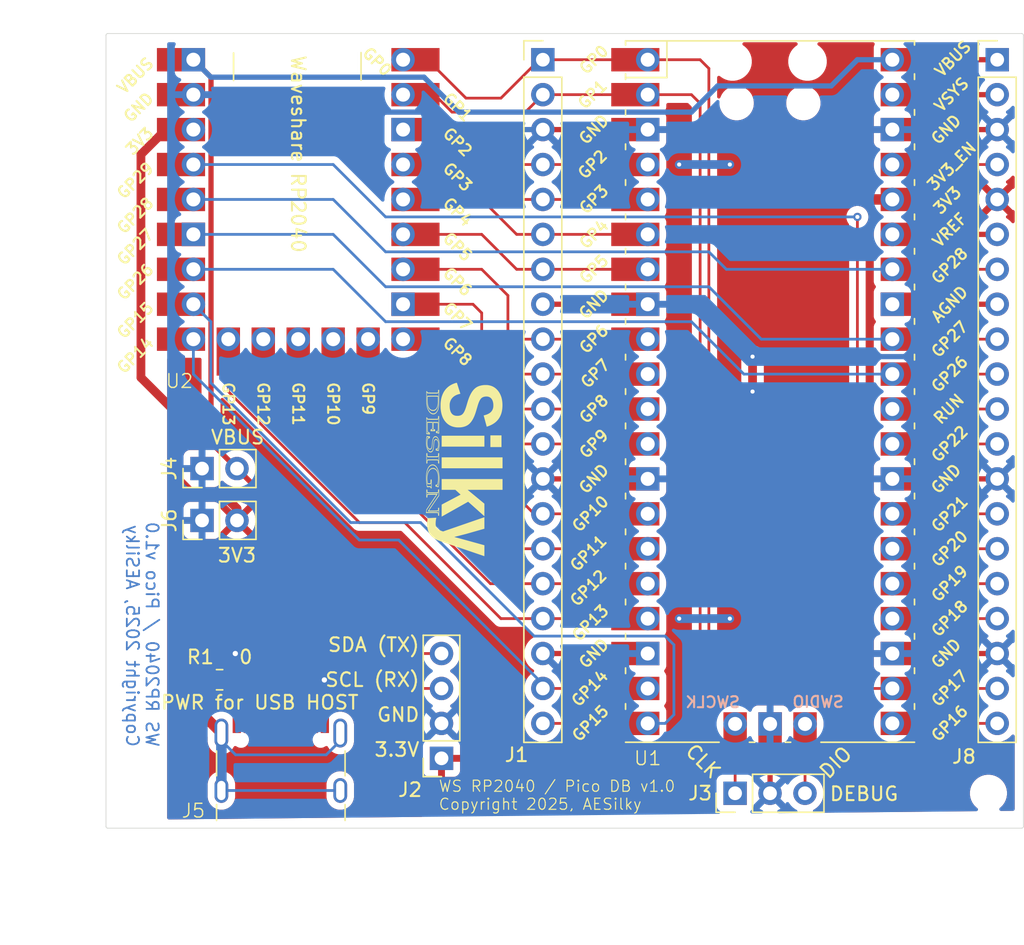
<source format=kicad_pcb>
(kicad_pcb (version 20241229) (generator "pcbnew") (generator_version "9.0")
  (title_block (title "RP2040WS Pico Debug Adapter") (date "2025-11-14") (rev "R1.0") (company "SilkyDESIGN AES") (comment 1 "Adapts full Pico to RP2040 Waveshare footprint") (comment 4 "Copyright 2025, AESilky"))
  (layers (0 "F.Cu" signal) (2 "B.Cu" signal) (13 "F.Paste" user) (15 "B.Paste" user) (5 "F.SilkS" user "F.Silkscreen") (7 "B.SilkS" user "B.Silkscreen") (1 "F.Mask" user) (3 "B.Mask" user) (25 "Edge.Cuts" user))
  (net 0 "")
  (net 1 "GND")
  (net 2 "/GP29_17")
  (net 3 "/GPIO0")
  (net 4 "/GPIO4")
  (net 5 "/GPIO8")
  (net 6 "/GPIO5")
  (net 7 "/GPIO11")
  (net 8 "/GPIO1")
  (net 9 "/GPIO2")
  (net 10 "/GPIO10")
  (net 11 "/GPIO12")
  (net 12 "/GPIO13")
  (net 13 "/GPIO9")
  (net 14 "/GPIO3")
  (net 15 "/GPIO7")
  (net 16 "/GPIO6")
  (net 17 "/GPIO14")
  (net 18 "/GPIO15")
  (net 19 "/SWCLK")
  (net 20 "/SWDIO")
  (net 21 "VBUS")
  (net 22 "/+3V3")
  (net 23 "/GPIO26")
  (net 24 "/GPIO19")
  (net 25 "/GPIO20")
  (net 26 "/GPIO28")
  (net 27 "/RUN")
  (net 28 "/GPIO16")
  (net 29 "/GPIO27")
  (net 30 "/GPIO18")
  (net 31 "/3V3_EN")
  (net 32 "/GPIO21")
  (net 33 "/ADC_VREF")
  (net 34 "/AGND")
  (net 35 "/VSYS")
  (net 36 "/GPIO22")
  (net 37 "Net-(J5-SHIELD-PadSH1)")
  (footprint "Connector_PinHeader_2.54mm:PinHeader_1x02_P2.54mm_Vertical" (layer "F.Cu") (at 71.75 80.53 90)
    (property "Reference" "J4")
    (property "Value" "CONN 1x2 HDR" (hide yes))
  )
  (footprint "AES_Library:RP2040_WS-AES" (layer "F.Cu") (at 78.74 66.294)
    (property "Reference" "U2")
    (property "Value" "Waveshare RP2040")
  )
  (footprint "Resistor_SMD:R_0805_2012Metric_Pad1.20x1.40mm_HandSolder" (layer "F.Cu") (at 73.025 95.885)
    (property "Reference" "R1")
    (property "Value" "0")
  )
  (footprint "MountingHole:MountingHole_2.2mm_M2" (layer "F.Cu") (at 67.31 104.14)
    (property "Reference" "H3" (hide yes))
    (property "Value" "MountingHole" (hide yes))
  )
  (footprint "Connector_PinHeader_2.54mm:PinHeader_1x20_P2.54mm_Vertical" (layer "F.Cu") (at 96.52 50.8)
    (property "Reference" "J1")
    (property "Value" "CONN 1x20 HDR" (hide yes))
  )
  (footprint "AES_Library:AES-RPi_Pico_SMD_TH" (layer "F.Cu") (at 113.024 72.48)
    (property "Reference" "U1")
    (property "Value" "Pico-AES")
  )
  (footprint "Connector_PinHeader_2.54mm:PinHeader_1x20_P2.54mm_Vertical" (layer "F.Cu") (at 129.54 50.8)
    (property "Reference" "J8")
    (property "Value" "CONN 1x20 HDR" (hide yes))
  )
  (footprint "Connector_PinHeader_2.54mm:PinHeader_1x03_P2.54mm_Vertical" (layer "F.Cu") (at 110.49 104.14 90)
    (property "Reference" "J3")
    (property "Value" "CONN 1x3 HDR" (hide yes))
  )
  (footprint "MountingHole:MountingHole_2.2mm_M2" (layer "F.Cu") (at 128.905 104.14)
    (property "Reference" "H4" (hide yes))
    (property "Value" "MountingHole" (hide yes))
  )
  (footprint "MountingHole:MountingHole_2.2mm_M2" (layer "F.Cu") (at 67.31 78.74)
    (property "Reference" "H2" (hide yes))
    (property "Value" "MountingHole" (hide yes))
  )
  (footprint "MountingHole:MountingHole_2.2mm_M2" (layer "F.Cu") (at 92.202 51.308)
    (property "Reference" "H1" (hide yes))
    (property "Value" "MountingHole" (hide yes))
  )
  (footprint "Connector_PinSocket_2.54mm:PinSocket_1x04_P2.54mm_Vertical" (layer "F.Cu") (at 89.154 101.6 180)
    (property "Reference" "J2")
    (property "Value" "HDR 1x04 Socket" (hide yes))
  )
  (footprint "AES_Library:SILKY-DESIGN-logo-0_50-AES" (layer "F.Cu") (at 90.805 80.645 -90)
    (property "Reference" "G***" (hide yes))
    (property "Value" "LOGO" (hide yes))
  )
  (footprint "Connector_PinHeader_2.54mm:PinHeader_1x02_P2.54mm_Vertical" (layer "F.Cu") (at 71.75 84.3 90)
    (property "Reference" "J6")
    (property "Value" "CONN 1x2 HDR" (hide yes))
  )
  (footprint "AES_Library:AES-USB_C-Molex-BdTopMnt-2171790001" (layer "F.Cu") (at 77.47 102.87)
    (property "Reference" "J5")
    (property "Value" "USB-C PWR ONLY" (hide yes))
  )
  (gr_arc (start 64.77 49.022) (mid 64.807197 48.932197) (end 64.897 48.895) (stroke (width 0.05)) (layer "Edge.Cuts"))
  (gr_line (start 64.77 106.553) (end 64.77 49.022) (stroke (width 0.05)) (layer "Edge.Cuts"))
  (gr_line (start 64.897 48.895) (end 131.318 48.895) (stroke (width 0.05)) (layer "Edge.Cuts"))
  (gr_arc (start 131.318 48.895) (mid 131.407803 48.932197) (end 131.445 49.022) (stroke (width 0.05)) (layer "Edge.Cuts"))
  (gr_line (start 131.445 49.022) (end 131.445 106.553) (stroke (width 0.05)) (layer "Edge.Cuts"))
  (gr_arc (start 131.445 106.553) (mid 131.407803 106.642803) (end 131.318 106.68) (stroke (width 0.05)) (layer "Edge.Cuts"))
  (gr_line (start 131.318 106.68) (end 64.897 106.68) (stroke (width 0.05)) (layer "Edge.Cuts"))
  (gr_arc (start 64.897 106.68) (mid 64.807197 106.642803) (end 64.77 106.553) (stroke (width 0.05)) (layer "Edge.Cuts"))
  (gr_text "WS RP2040 / Pico v1.0\nCopyright 2025, AESilky" (at 66.167 100.838 270) (layer "B.Cu") (effects (font (size 0.889 0.889) (thickness 0.127)) (justify left bottom mirror)))
  (gr_text "WS RP2040 / Pico DB v1.0\nCopyright 2025, AESilky" (at 88.9 105.41 0) (layer "F.SilkS") (effects (font (size 0.8128 0.8128) (thickness 0.08128)) (justify left bottom)))
  (segment (start 104.14 68.58) (end 96.52 68.58) (width 0.381) (layer "F.Cu") (net 1))
  (segment (start 80.675 95.935) (end 80.64 95.9) (width 0.381) (layer "F.Cu") (net 1))
  (segment (start 104.14 93.98) (end 96.52 93.98) (width 0.381) (layer "F.Cu") (net 1))
  (segment (start 111.76 72.39) (end 111.76 74.93) (width 0.635) (layer "F.Cu") (net 1))
  (segment (start 80.675 99.185) (end 80.675 95.935) (width 0.381) (layer "F.Cu") (net 1))
  (segment (start 121.92 55.88) (end 129.54 55.88) (width 0.381) (layer "F.Cu") (net 1))
  (segment (start 104.14 81.28) (end 96.52 81.28) (width 0.381) (layer "F.Cu") (net 1))
  (segment (start 74.025 95.885) (end 74.025 94.123) (width 0.635) (layer "F.Cu") (net 1))
  (segment (start 113.034 99.1) (end 113.034 104.136) (width 0.381) (layer "F.Cu") (net 1))
  (segment (start 74.025 94.123) (end 74.168 93.98) (width 0.635) (layer "F.Cu") (net 1))
  (segment (start 74.275 95.935) (end 74.24 95.9) (width 0.381) (layer "F.Cu") (net 1))
  (segment (start 74.275 99.185) (end 74.275 95.935) (width 0.381) (layer "F.Cu") (net 1))
  (segment (start 104.14 55.88) (end 96.52 55.88) (width 0.381) (layer "F.Cu") (net 1))
  (segment (start 73.649 95.9) (end 74.24 95.9) (width 0.381) (layer "F.Cu") (net 1))
  (segment (start 121.92 93.98) (end 129.54 93.98) (width 0.381) (layer "F.Cu") (net 1))
  (segment (start 121.92 81.28) (end 129.54 81.28) (width 0.381) (layer "F.Cu") (net 1))
  (via (at 111.76 74.93) (size 0.6) (drill 0.3) (layers "F.Cu" "B.Cu") (net 1))
  (via (at 74.168 93.98) (size 0.7112) (drill 0.381) (layers "F.Cu" "B.Cu") (net 1))
  (via (at 111.76 72.39) (size 0.6) (drill 0.3) (layers "F.Cu" "B.Cu") (net 1))
  (via (at 80.64 95.9) (size 0.7112) (drill 0.381) (layers "F.Cu" "B.Cu") (net 1))
  (segment (start 83.82 53.34) (end 85.09 54.61) (width 0.381) (layer "B.Cu") (net 1))
  (segment (start 88.138 54.61) (end 89.408 55.88) (width 0.381) (layer "B.Cu") (net 1))
  (segment (start 71.12 53.34) (end 83.82 53.34) (width 0.381) (layer "B.Cu") (net 1))
  (segment (start 89.408 55.88) (end 96.52 55.88) (width 0.381) (layer "B.Cu") (net 1))
  (segment (start 85.09 54.61) (end 88.138 54.61) (width 0.381) (layer "B.Cu") (net 1))
  (segment (start 120.65 72.39) (end 125.73 72.39) (width 0.381) (layer "B.Cu") (net 1))
  (segment (start 121.92 96.52) (end 129.54 96.52) (width 0.2) (layer "F.Cu") (net 2))
  (segment (start 120.015 96.52) (end 121.92 96.52) (width 0.2) (layer "F.Cu") (net 2))
  (segment (start 119.38 95.885) (end 120.015 96.52) (width 0.2) (layer "F.Cu") (net 2))
  (segment (start 119.38 62.23) (end 119.38 95.885) (width 0.2) (layer "F.Cu") (net 2))
  (via (at 119.38 62.23) (size 0.6) (drill 0.3) (layers "F.Cu" "B.Cu") (net 2))
  (segment (start 85.09 62.23) (end 81.28 58.42) (width 0.2) (layer "B.Cu") (net 2))
  (segment (start 81.28 58.42) (end 71.12 58.42) (width 0.2) (layer "B.Cu") (net 2))
  (segment (start 119.38 62.23) (end 85.09 62.23) (width 0.2) (layer "B.Cu") (net 2))
  (segment (start 108.585 103.886) (end 107.442 105.029) (width 0.2) (layer "F.Cu") (net 3))
  (segment (start 107.95 50.8) (end 108.585 51.435) (width 0.2) (layer "F.Cu") (net 3))
  (segment (start 86.487 103.632) (end 86.487 94.869) (width 0.2) (layer "F.Cu") (net 3))
  (segment (start 104.14 50.8) (end 107.95 50.8) (width 0.2) (layer "F.Cu") (net 3))
  (segment (start 93.472 53.594) (end 90.932 53.594) (width 0.2) (layer "F.Cu") (net 3))
  (segment (start 86.487 94.869) (end 87.376 93.98) (width 0.2) (layer "F.Cu") (net 3))
  (segment (start 87.376 93.98) (end 89.154 93.98) (width 0.2) (layer "F.Cu") (net 3))
  (segment (start 96.266 50.8) (end 93.472 53.594) (width 0.2) (layer "F.Cu") (net 3))
  (segment (start 90.932 53.594) (end 88.138 50.8) (width 0.2) (layer "F.Cu") (net 3))
  (segment (start 108.585 51.435) (end 108.585 103.886) (width 0.2) (layer "F.Cu") (net 3))
  (segment (start 107.442 105.029) (end 87.884 105.029) (width 0.2) (layer "F.Cu") (net 3))
  (segment (start 87.884 105.029) (end 86.487 103.632) (width 0.2) (layer "F.Cu") (net 3))
  (segment (start 104.14 50.8) (end 96.52 50.8) (width 0.2) (layer "F.Cu") (net 3))
  (segment (start 104.14 63.5) (end 96.52 63.5) (width 0.2) (layer "F.Cu") (net 4))
  (segment (start 92.075 60.96) (end 94.615 63.5) (width 0.2) (layer "F.Cu") (net 4))
  (segment (start 86.36 60.96) (end 92.075 60.96) (width 0.2) (layer "F.Cu") (net 4))
  (segment (start 94.615 63.5) (end 96.52 63.5) (width 0.2) (layer "F.Cu") (net 4))
  (segment (start 90.805 71.755) (end 90.805 74.93) (width 0.2) (layer "F.Cu") (net 5))
  (segment (start 104.14 76.2) (end 96.52 76.2) (width 0.2) (layer "F.Cu") (net 5))
  (segment (start 86.36 71.12) (end 90.17 71.12) (width 0.2) (layer "F.Cu") (net 5))
  (segment (start 90.805 74.93) (end 92.075 76.2) (width 0.2) (layer "F.Cu") (net 5))
  (segment (start 92.075 76.2) (end 96.52 76.2) (width 0.2) (layer "F.Cu") (net 5))
  (segment (start 90.17 71.12) (end 90.805 71.755) (width 0.2) (layer "F.Cu") (net 5))
  (segment (start 92.075 63.5) (end 94.615 66.04) (width 0.2) (layer "F.Cu") (net 6))
  (segment (start 94.615 66.04) (end 96.52 66.04) (width 0.2) (layer "F.Cu") (net 6))
  (segment (start 86.36 63.5) (end 92.075 63.5) (width 0.2) (layer "F.Cu") (net 6))
  (segment (start 104.14 66.04) (end 96.52 66.04) (width 0.2) (layer "F.Cu") (net 6))
  (segment (start 93.98 86.36) (end 96.52 86.36) (width 0.2) (layer "F.Cu") (net 7))
  (segment (start 86.36 78.74) (end 93.98 86.36) (width 0.2) (layer "F.Cu") (net 7))
  (segment (start 104.14 86.36) (end 96.52 86.36) (width 0.2) (layer "F.Cu") (net 7))
  (segment (start 78.74 76.2) (end 81.28 78.74) (width 0.2) (layer "F.Cu") (net 7))
  (segment (start 81.28 78.74) (end 86.36 78.74) (width 0.2) (layer "F.Cu") (net 7))
  (segment (start 78.74 71.120001) (end 78.74 76.2) (width 0.2) (layer "F.Cu") (net 7))
  (segment (start 96.52 53.34) (end 95.25 54.61) (width 0.2) (layer "F.Cu") (net 8))
  (segment (start 107.95 53.975) (end 107.95 103.378) (width 0.2) (layer "F.Cu") (net 8))
  (segment (start 86.995 103.251) (end 86.995 97.155) (width 0.2) (layer "F.Cu") (net 8))
  (segment (start 86.995 97.155) (end 87.63 96.520001) (width 0.2) (layer "F.Cu") (net 8))
  (segment (start 95.25 54.61) (end 89.916 54.61) (width 0.2) (layer "F.Cu") (net 8))
  (segment (start 106.934 104.394) (end 88.138 104.394) (width 0.2) (layer "F.Cu") (net 8))
  (segment (start 88.138 104.394) (end 86.995 103.251) (width 0.2) (layer "F.Cu") (net 8))
  (segment (start 104.14 53.34) (end 96.52 53.34) (width 0.2) (layer "F.Cu") (net 8))
  (segment (start 89.916 54.61) (end 88.646 53.34) (width 0.2) (layer "F.Cu") (net 8))
  (segment (start 107.95 103.378) (end 106.934 104.394) (width 0.2) (layer "F.Cu") (net 8))
  (segment (start 107.315 53.34) (end 107.95 53.975) (width 0.2) (layer "F.Cu") (net 8))
  (segment (start 87.63 96.520001) (end 89.154 96.520001) (width 0.2) (layer "F.Cu") (net 8))
  (segment (start 104.14 53.34) (end 107.315 53.34) (width 0.2) (layer "F.Cu") (net 8))
  (segment (start 93.98 58.42) (end 91.44 55.88) (width 0.2) (layer "F.Cu") (net 9))
  (segment (start 91.44 55.88) (end 86.36 55.88) (width 0.2) (layer "F.Cu") (net 9))
  (segment (start 96.52 58.42) (end 93.98 58.42) (width 0.2) (layer "F.Cu") (net 9))
  (segment (start 104.14 58.42) (end 96.52 58.42) (width 0.2) (layer "F.Cu") (net 9))
  (segment (start 104.14 83.82) (end 96.52 83.82) (width 0.2) (layer "F.Cu") (net 10))
  (segment (start 81.28 71.119999) (end 81.28 76.2) (width 0.2) (layer "F.Cu") (net 10))
  (segment (start 81.915 76.835) (end 88.9 76.835) (width 0.2) (layer "F.Cu") (net 10))
  (segment (start 88.9 76.835) (end 95.885 83.82) (width 0.2) (layer "F.Cu") (net 10))
  (segment (start 81.28 76.2) (end 81.915 76.835) (width 0.2) (layer "F.Cu") (net 10))
  (segment (start 104.14 88.9) (end 96.52 88.9) (width 0.2) (layer "F.Cu") (net 11))
  (segment (start 92.71 88.9) (end 96.52 88.9) (width 0.2) (layer "F.Cu") (net 11))
  (segment (start 81.28 81.28) (end 85.09 81.28) (width 0.2) (layer "F.Cu") (net 11))
  (segment (start 85.09 81.28) (end 92.71 88.9) (width 0.2) (layer "F.Cu") (net 11))
  (segment (start 76.2 76.2) (end 81.28 81.28) (width 0.2) (layer "F.Cu") (net 11))
  (segment (start 76.2 71.12) (end 76.2 76.2) (width 0.2) (layer "F.Cu") (net 11))
  (segment (start 104.14 91.44) (end 96.52 91.44) (width 0.2) (layer "F.Cu") (net 12))
  (segment (start 73.66 74.93) (end 83.185 84.455) (width 0.2) (layer "F.Cu") (net 12))
  (segment (start 93.472 91.44) (end 96.52 91.44) (width 0.2) (layer "F.Cu") (net 12))
  (segment (start 86.487 84.455) (end 93.472 91.44) (width 0.2) (layer "F.Cu") (net 12))
  (segment (start 83.185 84.455) (end 86.487 84.455) (width 0.2) (layer "F.Cu") (net 12))
  (segment (start 73.66 71.12) (end 73.66 74.93) (width 0.2) (layer "F.Cu") (net 12))
  (segment (start 93.345 78.74) (end 96.52 78.74) (width 0.2) (layer "F.Cu") (net 13))
  (segment (start 83.82 74.295) (end 84.455 74.93) (width 0.2) (layer "F.Cu") (net 13))
  (segment (start 104.14 78.74) (end 96.52 78.74) (width 0.2) (layer "F.Cu") (net 13))
  (segment (start 83.82 71.12) (end 83.82 74.295) (width 0.2) (layer "F.Cu") (net 13))
  (segment (start 84.455 74.93) (end 89.535 74.93) (width 0.2) (layer "F.Cu") (net 13))
  (segment (start 89.535 74.93) (end 93.345 78.74) (width 0.2) (layer "F.Cu") (net 13))
  (segment (start 92.075 58.42) (end 94.615 60.96) (width 0.2) (layer "F.Cu") (net 14))
  (segment (start 104.14 60.96) (end 96.52 60.96) (width 0.2) (layer "F.Cu") (net 14))
  (segment (start 86.36 58.42) (end 92.075 58.42) (width 0.2) (layer "F.Cu") (net 14))
  (segment (start 94.615 60.96) (end 96.52 60.96) (width 0.2) (layer "F.Cu") (net 14))
  (segment (start 92.075 69.215) (end 92.075 73.025) (width 0.2) (layer "F.Cu") (net 15))
  (segment (start 104.14 73.66) (end 96.52 73.66) (width 0.2) (layer "F.Cu") (net 15))
  (segment (start 92.71 73.66) (end 96.52 73.66) (width 0.2) (layer "F.Cu") (net 15))
  (segment (start 91.44 68.58) (end 92.075 69.215) (width 0.2) (layer "F.Cu") (net 15))
  (segment (start 92.075 73.025) (end 92.71 73.66) (width 0.2) (layer "F.Cu") (net 15))
  (segment (start 86.36 68.58) (end 91.44 68.58) (width 0.2) (layer "F.Cu") (net 15))
  (segment (start 93.98 70.485) (end 94.615 71.12) (width 0.2) (layer "F.Cu") (net 16))
  (segment (start 93.98 67.945) (end 93.98 70.485) (width 0.2) (layer "F.Cu") (net 16))
  (segment (start 92.075 66.04) (end 93.98 67.945) (width 0.2) (layer "F.Cu") (net 16))
  (segment (start 94.615 71.12) (end 96.52 71.12) (width 0.2) (layer "F.Cu") (net 16))
  (segment (start 104.14 71.12) (end 96.52 71.12) (width 0.2) (layer "F.Cu") (net 16))
  (segment (start 86.36 66.04) (end 92.075 66.04) (width 0.2) (layer "F.Cu") (net 16))
  (segment (start 104.14 96.52) (end 96.52 96.52) (width 0.2) (layer "F.Cu") (net 17))
  (segment (start 83.185 85.725) (end 86.0425 85.725) (width 0.2) (layer "B.Cu") (net 17))
  (segment (start 71.12 73.66) (end 83.185 85.725) (width 0.2) (layer "B.Cu") (net 17))
  (segment (start 71.12 71.12) (end 71.12 73.66) (width 0.2) (layer "B.Cu") (net 17))
  (segment (start 86.0425 85.725) (end 96.52 96.2025) (width 0.2) (layer "B.Cu") (net 17))
  (segment (start 104.14 99.06) (end 96.52 99.06) (width 0.2) (layer "F.Cu") (net 18))
  (segment (start 82.55 84.455) (end 87.63 84.455) (width 0.2) (layer "B.Cu") (net 18))
  (segment (start 105.41 92.71) (end 106.045 93.345) (width 0.2) (layer "B.Cu") (net 18))
  (segment (start 105.41 99.06) (end 104.14 99.06) (width 0.2) (layer "B.Cu") (net 18))
  (segment (start 72.39 69.85) (end 72.39 74.295) (width 0.2) (layer "B.Cu") (net 18))
  (segment (start 95.885 92.71) (end 105.41 92.71) (width 0.2) (layer "B.Cu") (net 18))
  (segment (start 106.045 98.425) (end 105.41 99.06) (width 0.2) (layer "B.Cu") (net 18))
  (segment (start 87.63 84.455) (end 95.885 92.71) (width 0.2) (layer "B.Cu") (net 18))
  (segment (start 72.39 74.295) (end 82.55 84.455) (width 0.2) (layer "B.Cu") (net 18))
  (segment (start 71.12 68.58) (end 72.39 69.85) (width 0.2) (layer "B.Cu") (net 18))
  (segment (start 106.045 93.345) (end 106.045 98.425) (width 0.2) (layer "B.Cu") (net 18))
  (segment (start 110.494 99.1) (end 110.494 104.136) (width 0.2) (layer "F.Cu") (net 19))
  (segment (start 115.574 99.1) (end 115.574 104.135999) (width 0.2) (layer "F.Cu") (net 20))
  (segment (start 74.29 80.53) (end 78.867 85.107) (width 0.381) (layer "F.Cu") (net 21))
  (segment (start 121.92 50.8) (end 129.54 50.8) (width 0.381) (layer "F.Cu") (net 21))
  (segment (start 78.867 85.107) (end 78.867 96.266) (width 0.381) (layer "F.Cu") (net 21))
  (segment (start 75.075 97.3) (end 75.075 99.185) (width 0.381) (layer "F.Cu") (net 21))
  (segment (start 76.073 96.266) (end 75.057 97.282) (width 0.381) (layer "F.Cu") (net 21))
  (segment (start 72.4026 52.0826) (end 71.12 50.8) (width 0.381) (layer "F.Cu") (net 21))
  (segment (start 78.867 96.266) (end 76.073 96.266) (width 0.381) (layer "F.Cu") (net 21))
  (segment (start 72.4026 78.6426) (end 72.4026 52.0826) (width 0.381) (layer "F.Cu") (net 21))
  (segment (start 79.875 97.274) (end 78.867 96.266) (width 0.381) (layer "F.Cu") (net 21))
  (segment (start 79.875 99.185) (end 79.875 97.274) (width 0.381) (layer "F.Cu") (net 21))
  (segment (start 75.057 97.282) (end 75.075 97.3) (width 0.381) (layer "F.Cu") (net 21))
  (segment (start 74.29 80.53) (end 72.4026 78.6426) (width 0.381) (layer "F.Cu") (net 21))
  (segment (start 87.884 52.07) (end 90.424 54.61) (width 0.381) (layer "B.Cu") (net 21))
  (segment (start 72.39 52.07) (end 87.884 52.07) (width 0.381) (layer "B.Cu") (net 21))
  (segment (start 71.12 50.8) (end 72.39 52.07) (width 0.381) (layer "B.Cu") (net 21))
  (segment (start 90.424 54.61) (end 107.315 54.61) (width 0.381) (layer "B.Cu") (net 21))
  (segment (start 117.475 52.705) (end 119.38 50.8) (width 0.381) (layer "B.Cu") (net 21))
  (segment (start 107.315 54.61) (end 109.22 52.705) (width 0.381) (layer "B.Cu") (net 21))
  (segment (start 119.38 50.8) (end 121.92 50.8) (width 0.381) (layer "B.Cu") (net 21))
  (segment (start 109.22 52.705) (end 117.475 52.705) (width 0.381) (layer "B.Cu") (net 21))
  (segment (start 121.92 60.96) (end 126.492 60.96) (width 0.762) (layer "F.Cu") (net 22))
  (segment (start 74.29 83.434) (end 74.29 84.3) (width 0.635) (layer "F.Cu") (net 22))
  (segment (start 71.12 82.423) (end 73.279 82.423) (width 0.635) (layer "F.Cu") (net 22))
  (segment (start 67.31 73.914) (end 69.85 76.454) (width 0.635) (layer "F.Cu") (net 22))
  (segment (start 69.85 76.454) (end 69.85 81.153) (width 0.635) (layer "F.Cu") (net 22))
  (segment (start 73.279 82.423) (end 74.29 83.434) (width 0.635) (layer "F.Cu") (net 22))
  (segment (start 121.92 60.96) (end 120.142 60.96) (width 0.762) (layer "F.Cu") (net 22))
  (segment (start 67.31 57.6866) (end 67.31 73.914) (width 0.635) (layer "F.Cu") (net 22))
  (segment (start 120.142 60.96) (end 119.888 60.706) (width 0.762) (layer "F.Cu") (net 22))
  (segment (start 69.1166 55.88) (end 67.31 57.6866) (width 0.635) (layer "F.Cu") (net 22))
  (segment (start 69.85 81.153) (end 71.12 82.423) (width 0.635) (layer "F.Cu") (net 22))
  (via (at 106.426 91.44) (size 0.6) (drill 0.3) (layers "F.Cu" "B.Cu") (net 22))
  (via (at 110.109 91.44) (size 0.6) (drill 0.3) (layers "F.Cu" "B.Cu") (net 22))
  (via (at 110.109 58.42) (size 0.6) (drill 0.3) (layers "F.Cu" "B.Cu") (net 22))
  (via (at 106.426 58.42) (size 0.6) (drill 0.3) (layers "F.Cu" "B.Cu") (net 22))
  (segment (start 110.109 91.44) (end 106.426 91.44) (width 0.635) (layer "B.Cu") (net 22))
  (segment (start 110.109 58.42) (end 106.426 58.42) (width 0.635) (layer "B.Cu") (net 22))
  (segment (start 121.92 73.66) (end 129.54 73.66) (width 0.2) (layer "F.Cu") (net 23))
  (segment (start 71.12 66.04) (end 81.28 66.04) (width 0.2) (layer "B.Cu") (net 23))
  (segment (start 111.125 73.66) (end 121.92 73.66) (width 0.2) (layer "B.Cu") (net 23))
  (segment (start 85.09 69.85) (end 107.315 69.85) (width 0.2) (layer "B.Cu") (net 23))
  (segment (start 81.28 66.04) (end 85.09 69.85) (width 0.2) (layer "B.Cu") (net 23))
  (segment (start 107.315 69.85) (end 111.125 73.66) (width 0.2) (layer "B.Cu") (net 23))
  (segment (start 121.92 88.9) (end 129.54 88.9) (width 0.2) (layer "F.Cu") (net 24))
  (segment (start 121.92 86.36) (end 129.54 86.36) (width 0.2) (layer "F.Cu") (net 25))
  (segment (start 121.92 66.04) (end 129.54 66.04) (width 0.2) (layer "F.Cu") (net 26))
  (segment (start 109.855 66.04) (end 121.92 66.04) (width 0.2) (layer "B.Cu") (net 26))
  (segment (start 81.28 60.96) (end 85.09 64.77) (width 0.2) (layer "B.Cu") (net 26))
  (segment (start 85.09 64.77) (end 108.585 64.77) (width 0.2) (layer "B.Cu") (net 26))
  (segment (start 108.585 64.77) (end 109.855 66.04) (width 0.2) (layer "B.Cu") (net 26))
  (segment (start 71.12 60.96) (end 81.28 60.96) (width 0.2) (layer "B.Cu") (net 26))
  (segment (start 121.92 76.2) (end 129.54 76.2) (width 0.2) (layer "F.Cu") (net 27))
  (segment (start 121.92 99.06) (end 129.54 99.06) (width 0.2) (layer "F.Cu") (net 28))
  (segment (start 121.92 71.12) (end 129.54 71.12) (width 0.2) (layer "F.Cu") (net 29))
  (segment (start 112.395 71.12) (end 121.92 71.12) (width 0.2) (layer "B.Cu") (net 29))
  (segment (start 108.585 67.31) (end 112.395 71.12) (width 0.2) (layer "B.Cu") (net 29))
  (segment (start 81.28 63.5) (end 85.09 67.31) (width 0.2) (layer "B.Cu") (net 29))
  (segment (start 71.12 63.5) (end 81.28 63.5) (width 0.2) (layer "B.Cu") (net 29))
  (segment (start 85.09 67.31) (end 108.585 67.31) (width 0.2) (layer "B.Cu") (net 29))
  (segment (start 121.92 91.44) (end 129.54 91.44) (width 0.2) (layer "F.Cu") (net 30))
  (segment (start 121.92 58.42) (end 129.54 58.42) (width 0.2) (layer "F.Cu") (net 31))
  (segment (start 121.92 83.82) (end 129.54 83.82) (width 0.2) (layer "F.Cu") (net 32))
  (segment (start 121.92 63.5) (end 129.54 63.5) (width 0.381) (layer "F.Cu") (net 33))
  (segment (start 121.92 68.58) (end 129.54 68.58) (width 0.381) (layer "F.Cu") (net 34))
  (segment (start 121.92 53.34) (end 129.54 53.34) (width 0.381) (layer "F.Cu") (net 35))
  (segment (start 121.92 78.74) (end 129.54 78.74) (width 0.2) (layer "F.Cu") (net 36))
  (segment (start 72.025 98.63) (end 72.025 95.885) (width 0.762) (layer "F.Cu") (net 37))
  (segment (start 73.155 99.76) (end 72.025 98.63) (width 0.762) (layer "F.Cu") (net 37))
  (segment (start 73.155 99.76) (end 73.155 103.94) (width 0.762) (layer "B.Cu") (net 37))
  (segment (start 73.155 100.31) (end 74.191 101.346) (width 0.2) (layer "B.Cu") (net 37))
  (segment (start 80.772 101.346) (end 81.795 100.323) (width 0.2) (layer "B.Cu") (net 37))
  (segment (start 74.191 101.346) (end 80.772 101.346) (width 0.2) (layer "B.Cu") (net 37))
  (segment (start 73.155 103.94) (end 81.795 103.94) (width 0.2) (layer "B.Cu") (net 37))
  (zone (net 22) (net_name "/+3V3") (layer "F.Cu") (name "V3_PLANE") (priority 1) (connect_pads (clearance 0.5)) (min_thickness 0.25) (fill yes (thermal_gap 0.5) (thermal_bridge_width 0.5))
    (polygon (pts (xy 69.215 49.53) (xy 130.81 49.53) (xy 130.81 105.41) (xy 69.215 106.045)))
  )
  (zone (net 1) (net_name "GND") (layer "B.Cu") (name "GND_PLANE") (connect_pads (clearance 0.5)) (min_thickness 0.25) (fill yes (thermal_gap 0.5) (thermal_bridge_width 0.5))
    (polygon (pts (xy 69.215 49.53) (xy 130.81 49.53) (xy 130.81 105.41) (xy 130.81 105.416351) (xy 69.215 106.044867)))
  )
)
</source>
